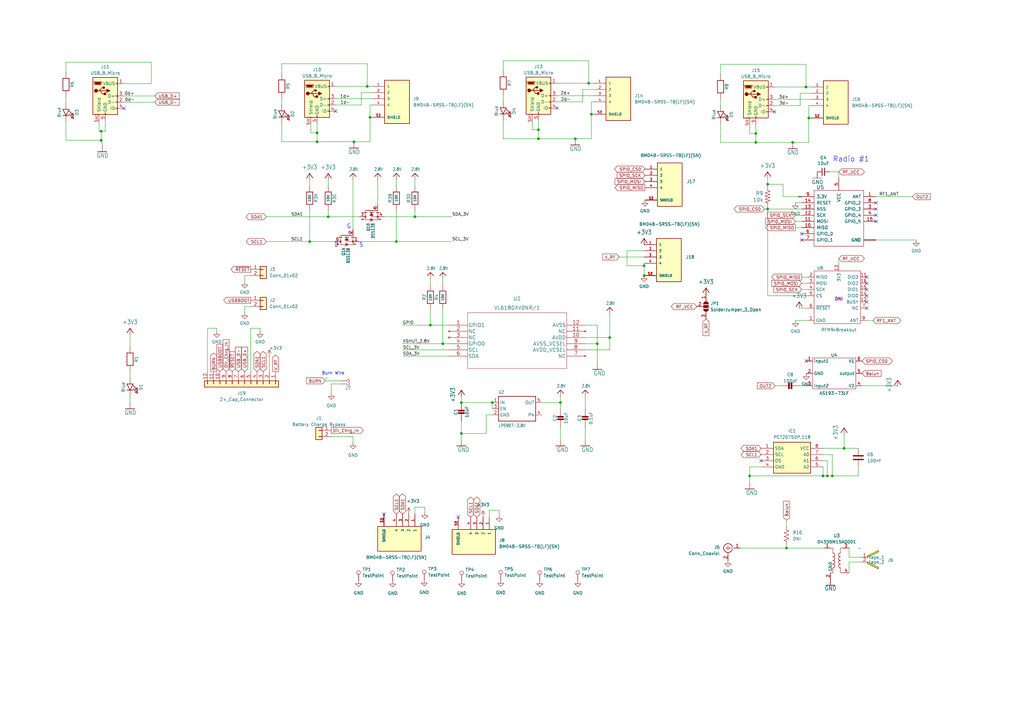
<source format=kicad_sch>
(kicad_sch (version 20231120) (generator "eeschema") (generator_version "8.0")
  (paper "A3")
  (junction (at 325.12 58.42))
  (junction (at 162.56 99.06))
  (junction (at 244.983 140.97))
  (junction (at 337.566 195.199))
  (junction (at 130.048 54.483))
  (junction (at 314.833 85.725))
  (junction (at 241.427 34.163))
  (junction (at 330.581 35.687))
  (junction (at 264.1854 113.03))
  (junction (at 331.724 48.387))
  (junction (at 145.161 58.166))
  (junction (at 220.853 53.213))
  (junction (at 130.048 58.166))
  (junction (at 307.467 195.199))
  (junction (at 229.87 165.1))
  (junction (at 242.57 46.863))
  (junction (at 310.007 54.737))
  (junction (at 189.23 177.8))
  (junction (at 189.23 165.1))
  (junction (at 127 99.06))
  (junction (at 346.202 183.896))
  (junction (at 322.58 224.79))
  (junction (at 264.16 108.966))
  (junction (at 314.833 75.565))
  (junction (at 341.376 195.199))
  (junction (at 150.622 35.433))
  (junction (at 170.18 88.9))
  (junction (at 41.529 53.848))
  (junction (at 151.765 48.133))
  (junction (at 41.529 57.531))
  (junction (at 134.62 88.9))
  (junction (at 176.53 133.35))
  (junction (at 339.344 195.199))
  (junction (at 181.61 140.97))
  (junction (at 201.93 165.1))
  (junction (at 220.853 56.896))
  (junction (at 250.063 138.43))
  (junction (at 235.966 56.896))
  (junction (at 310.007 58.42))
  (no_connect (at 317.627 45.847))
  (no_connect (at 359.283 90.805))
  (no_connect (at 187.96 212.09))
  (no_connect (at 359.283 88.265))
  (no_connect (at 355.473 126.365))
  (no_connect (at 355.473 123.825))
  (no_connect (at 355.473 116.205))
  (no_connect (at 355.473 118.745))
  (no_connect (at 328.803 95.885))
  (no_connect (at 359.283 85.725))
  (no_connect (at 355.473 113.665))
  (no_connect (at 355.473 121.285))
  (no_connect (at 328.803 98.425))
  (no_connect (at 157.48 210.82))
  (no_connect (at 312.166 188.976))
  (no_connect (at 359.283 83.185))
  (no_connect (at 50.8 44.45))
  (no_connect (at 330.708 148.082))
  (no_connect (at 228.473 44.323))
  (no_connect (at 137.668 45.593))
  (wire (pts (xy 144.78 179.07) (xy 144.78 181.61)))
  (wire (pts (xy 170.18 76.2) (xy 170.18 73.66)))
  (wire (pts (xy 322.58 224.79) (xy 338.074 224.79)))
  (wire (pts (xy 41.91 59.69) (xy 41.91 58.42)))
  (wire (pts (xy 250.063 138.43) (xy 250.063 128.651)))
  (wire (pts (xy 134.62 76.2) (xy 134.62 73.66)))
  (wire (pts (xy 200.66 212.09) (xy 200.66 209.296)))
  (wire (pts (xy 53.34 162.56) (xy 53.34 165.1)))
  (wire (pts (xy 147.32 99.06) (xy 162.56 99.06)))
  (wire (pts (xy 235.966 56.896) (xy 242.57 56.896)))
  (wire (pts (xy 307.467 195.199) (xy 307.467 197.993)))
  (wire (pts (xy 127 99.06) (xy 109.22 99.06)))
  (wire (pts (xy 243.459 41.783) (xy 242.57 41.783)))
  (wire (pts (xy 27.051 57.531) (xy 41.529 57.531)))
  (wire (pts (xy 295.529 50.8) (xy 295.529 58.42)))
  (wire (pts (xy 151.765 58.166) (xy 151.765 48.133)))
  (wire (pts (xy 139.7 157.48) (xy 135.89 157.48)))
  (wire (pts (xy 303.657 224.79) (xy 322.58 224.79)))
  (wire (pts (xy 130.048 58.166) (xy 145.161 58.166)))
  (wire (pts (xy 240.03 140.97) (xy 244.983 140.97)))
  (wire (pts (xy 88.9 134.62) (xy 88.9 135.89)))
  (wire (pts (xy 162.56 86.36) (xy 162.56 99.06)))
  (wire (pts (xy 310.007 58.42) (xy 325.12 58.42)))
  (wire (pts (xy 352.044 183.896) (xy 346.202 183.896)))
  (wire (pts (xy 176.53 133.35) (xy 184.15 133.35)))
  (wire (pts (xy 353.314 228.6) (xy 348.234 228.6)))
  (wire (pts (xy 162.56 76.2) (xy 162.56 73.66)))
  (wire (pts (xy 41.529 53.848) (xy 41.529 57.531)))
  (wire (pts (xy 314.833 75.565) (xy 314.833 73.025)))
  (wire (pts (xy 344.043 70.485) (xy 344.043 73.025)))
  (wire (pts (xy 148.209 37.973) (xy 152.654 37.973)))
  (wire (pts (xy 330.581 26.416) (xy 330.581 35.687)))
  (wire (pts (xy 134.62 88.9) (xy 109.22 88.9)))
  (wire (pts (xy 43.18 53.848) (xy 41.529 53.848)))
  (wire (pts (xy 240.03 175.26) (xy 240.03 180.34)))
  (wire (pts (xy 147.32 88.9) (xy 134.62 88.9)))
  (wire (pts (xy 307.467 50.927) (xy 307.467 54.737)))
  (wire (pts (xy 254 105.41) (xy 264.16 105.41)))
  (wire (pts (xy 127.508 54.483) (xy 130.048 54.483)))
  (wire (pts (xy 328.168 43.307) (xy 328.168 38.227)))
  (wire (pts (xy 317.627 43.307) (xy 328.168 43.307)))
  (wire (pts (xy 115.57 26.162) (xy 150.622 26.162)))
  (wire (pts (xy 242.57 46.863) (xy 243.459 46.863)))
  (wire (pts (xy 359.283 98.425) (xy 375.793 98.425)))
  (wire (pts (xy 348.234 228.6) (xy 348.234 224.79)))
  (wire (pts (xy 368.173 158.242) (xy 368.173 158.496)))
  (wire (pts (xy 150.622 35.433) (xy 152.654 35.433)))
  (wire (pts (xy 102.87 113.03) (xy 100.33 113.03)))
  (wire (pts (xy 337.566 191.516) (xy 337.566 195.199)))
  (wire (pts (xy 244.983 133.35) (xy 244.983 140.97)))
  (wire (pts (xy 218.313 53.213) (xy 220.853 53.213)))
  (wire (pts (xy 307.467 191.516) (xy 307.467 195.199)))
  (wire (pts (xy 148.209 43.053) (xy 148.209 37.973)))
  (wire (pts (xy 331.343 118.745) (xy 328.803 118.745)))
  (wire (pts (xy 130.048 50.673) (xy 130.048 54.483)))
  (wire (pts (xy 317.627 40.767) (xy 332.613 40.767)))
  (wire (pts (xy 264.1854 108.966) (xy 264.1854 113.03)))
  (wire (pts (xy 137.16 99.06) (xy 127 99.06)))
  (wire (pts (xy 41.529 58.42) (xy 41.529 57.531)))
  (wire (pts (xy 115.57 58.166) (xy 130.048 58.166)))
  (wire (pts (xy 40.64 53.848) (xy 41.529 53.848)))
  (wire (pts (xy 27.051 25.527) (xy 27.051 29.591)))
  (wire (pts (xy 330.581 35.687) (xy 332.613 35.687)))
  (wire (pts (xy 307.467 54.737) (xy 310.007 54.737)))
  (wire (pts (xy 27.051 39.751) (xy 27.051 42.291)))
  (wire (pts (xy 170.18 86.36) (xy 170.18 88.9)))
  (wire (pts (xy 165.227 143.51) (xy 184.15 143.51)))
  (wire (pts (xy 199.39 177.8) (xy 189.23 177.8)))
  (wire (pts (xy 222.25 165.1) (xy 229.87 165.1)))
  (wire (pts (xy 220.853 56.896) (xy 235.966 56.896)))
  (wire (pts (xy 181.61 116.84) (xy 181.61 114.3)))
  (wire (pts (xy 229.87 175.26) (xy 229.87 180.34)))
  (wire (pts (xy 206.375 24.892) (xy 241.427 24.892)))
  (wire (pts (xy 359.283 80.645) (xy 374.269 80.645)))
  (wire (pts (xy 348.234 230.505) (xy 348.234 234.95)))
  (wire (pts (xy 341.376 195.199) (xy 352.044 195.199)))
  (wire (pts (xy 321.183 80.645) (xy 321.183 75.565)))
  (wire (pts (xy 352.044 191.516) (xy 352.044 195.199)))
  (wire (pts (xy 241.427 24.892) (xy 241.427 34.163)))
  (wire (pts (xy 50.8 41.91) (xy 63.5 41.91)))
  (wire (pts (xy 346.202 178.054) (xy 346.202 183.896)))
  (wire (pts (xy 322.58 213.36) (xy 322.58 215.9)))
  (wire (pts (xy 137.668 40.513) (xy 152.654 40.513)))
  (wire (pts (xy 218.313 49.403) (xy 218.313 53.213)))
  (wire (pts (xy 62.103 25.527) (xy 62.103 34.29)))
  (wire (pts (xy 240.03 133.35) (xy 244.983 133.35)))
  (wire (pts (xy 257.175 102.87) (xy 257.175 108.966)))
  (wire (pts (xy 337.566 188.976) (xy 339.344 188.976)))
  (wire (pts (xy 137.668 43.053) (xy 148.209 43.053)))
  (wire (pts (xy 174.244 208.026) (xy 174.244 210.185)))
  (wire (pts (xy 295.529 26.416) (xy 330.581 26.416)))
  (wire (pts (xy 144.78 93.98) (xy 144.78 73.66)))
  (wire (pts (xy 331.724 43.307) (xy 331.724 48.387)))
  (wire (pts (xy 181.61 140.97) (xy 184.15 140.97)))
  (wire (pts (xy 200.66 209.296) (xy 204.724 209.296)))
  (wire (pts (xy 181.61 127) (xy 181.61 140.97)))
  (wire (pts (xy 228.473 41.783) (xy 239.014 41.783)))
  (wire (pts (xy 135.89 179.07) (xy 144.78 179.07)))
  (wire (pts (xy 189.23 177.8) (xy 189.23 172.72)))
  (wire (pts (xy 115.57 26.162) (xy 115.57 30.226)))
  (wire (pts (xy 152.654 43.053) (xy 151.765 43.053)))
  (wire (pts (xy 325.12 58.42) (xy 331.724 58.42)))
  (wire (pts (xy 201.93 165.1) (xy 189.23 165.1)))
  (wire (pts (xy 339.344 195.199) (xy 341.376 195.199)))
  (wire (pts (xy 337.566 186.436) (xy 341.376 186.436)))
  (wire (pts (xy 206.375 56.896) (xy 220.853 56.896)))
  (wire (pts (xy 127 73.66) (xy 127 76.2)))
  (wire (pts (xy 157.48 88.9) (xy 170.18 88.9)))
  (wire (pts (xy 344.043 106.045) (xy 344.043 108.585)))
  (wire (pts (xy 41.91 58.42) (xy 41.529 58.42)))
  (wire (pts (xy 176.53 116.84) (xy 176.53 114.3)))
  (wire (pts (xy 264.16 107.95) (xy 264.16 108.966)))
  (wire (pts (xy 241.427 34.163) (xy 243.459 34.163)))
  (wire (pts (xy 326.263 131.445) (xy 331.343 131.445)))
  (wire (pts (xy 307.467 195.199) (xy 337.566 195.199)))
  (wire (pts (xy 229.87 165.1) (xy 229.87 162.56)))
  (wire (pts (xy 170.18 208.026) (xy 174.244 208.026)))
  (wire (pts (xy 206.375 24.892) (xy 206.375 28.956)))
  (wire (pts (xy 244.983 140.97) (xy 244.983 148.971)))
  (wire (pts (xy 151.765 43.053) (xy 151.765 48.133)))
  (wire (pts (xy 310.007 54.737) (xy 310.007 58.42)))
  (wire (pts (xy 264.16 102.87) (xy 257.175 102.87)))
  (wire (pts (xy 135.89 157.48) (xy 135.89 161.29)))
  (wire (pts (xy 199.39 170.18) (xy 199.39 177.8)))
  (wire (pts (xy 328.803 93.345) (xy 326.263 93.345)))
  (wire (pts (xy 239.014 36.703) (xy 243.459 36.703)))
  (wire (pts (xy 189.23 162.56) (xy 189.23 165.1)))
  (wire (pts (xy 317.627 35.687) (xy 330.581 35.687)))
  (wire (pts (xy 257.175 108.966) (xy 264.16 108.966)))
  (wire (pts (xy 100.33 113.03) (xy 100.33 115.57)))
  (wire (pts (xy 27.051 49.911) (xy 27.051 57.531)))
  (wire (pts (xy 102.87 134.62) (xy 106.68 134.62)))
  (wire (pts (xy 240.03 143.51) (xy 250.063 143.51)))
  (wire (pts (xy 327.914 158.242) (xy 330.708 158.242)))
  (wire (pts (xy 353.314 230.505) (xy 348.234 230.505)))
  (wire (pts (xy 162.56 99.06) (xy 185.42 99.06)))
  (wire (pts (xy 295.529 40.64) (xy 295.529 43.18)))
  (wire (pts (xy 43.18 49.53) (xy 43.18 53.848)))
  (wire (pts (xy 314.833 121.285) (xy 331.343 121.285)))
  (wire (pts (xy 240.03 162.56) (xy 240.03 167.64)))
  (wire (pts (xy 332.613 43.307) (xy 331.724 43.307)))
  (wire (pts (xy 133.35 156.21) (xy 139.7 156.21)))
  (wire (pts (xy 137.668 35.433) (xy 150.622 35.433)))
  (wire (pts (xy 328.803 83.185) (xy 326.263 83.185)))
  (wire (pts (xy 115.57 50.546) (xy 115.57 58.166)))
  (wire (pts (xy 165.1 140.97) (xy 181.61 140.97)))
  (wire (pts (xy 206.375 39.116) (xy 206.375 41.656)))
  (wire (pts (xy 327.787 126.365) (xy 331.343 126.365)))
  (wire (pts (xy 150.622 26.162) (xy 150.622 35.433)))
  (wire (pts (xy 242.57 56.896) (xy 242.57 46.863)))
  (wire (pts (xy 228.473 39.243) (xy 243.459 39.243)))
  (wire (pts (xy 170.18 88.9) (xy 185.42 88.9)))
  (wire (pts (xy 53.34 142.24) (xy 53.34 137.16)))
  (wire (pts (xy 328.803 88.265) (xy 326.263 88.265)))
  (wire (pts (xy 339.344 188.976) (xy 339.344 195.199)))
  (wire (pts (xy 353.568 158.242) (xy 368.173 158.242)))
  (wire (pts (xy 322.58 223.52) (xy 322.58 224.79)))
  (wire (pts (xy 242.57 41.783) (xy 242.57 46.863)))
  (wire (pts (xy 115.57 40.386) (xy 115.57 42.926)))
  (wire (pts (xy 321.183 80.645) (xy 328.803 80.645)))
  (wire (pts (xy 145.161 58.166) (xy 151.765 58.166)))
  (wire (pts (xy 110.49 146.05) (xy 110.49 152.4)))
  (wire (pts (xy 313.563 85.725) (xy 314.833 85.725)))
  (wire (pts (xy 250.063 138.43) (xy 250.063 143.51)))
  (wire (pts (xy 341.376 186.436) (xy 341.376 195.199)))
  (wire (pts (xy 134.62 86.36) (xy 134.62 88.9)))
  (wire (pts (xy 314.833 85.725) (xy 314.833 121.285)))
  (wire (pts (xy 228.473 34.163) (xy 241.427 34.163)))
  (wire (pts (xy 204.724 209.296) (xy 204.724 211.455)))
  (wire (pts (xy 317.881 158.242) (xy 320.294 158.242)))
  (wire (pts (xy 328.168 38.227) (xy 332.613 38.227)))
  (wire (pts (xy 310.007 50.927) (xy 310.007 54.737)))
  (wire (pts (xy 264.16 108.966) (xy 264.1854 108.966)))
  (wire (pts (xy 328.803 90.805) (xy 326.263 90.805)))
  (wire (pts (xy 50.8 34.29) (xy 62.103 34.29)))
  (wire (pts (xy 85.09 134.62) (xy 88.9 134.62)))
  (wire (pts (xy 312.166 191.516) (xy 307.467 191.516)))
  (wire (pts (xy 201.93 167.64) (xy 201.93 165.1)))
  (wire (pts (xy 189.23 177.8) (xy 189.23 180.34)))
  (wire (pts (xy 220.853 53.213) (xy 220.853 56.896)))
  (wire (pts (xy 220.853 49.403) (xy 220.853 53.213)))
  (wire (pts (xy 295.529 58.42) (xy 310.007 58.42)))
  (wire (pts (xy 27.051 25.527) (xy 62.103 25.527)))
  (wire (pts (xy 337.566 195.199) (xy 339.344 195.199)))
  (wire (pts (xy 240.03 138.43) (xy 250.063 138.43)))
  (wire (pts (xy 295.529 26.416) (xy 295.529 30.48)))
  (wire (pts (xy 331.343 116.205) (xy 328.803 116.205)))
  (wire (pts (xy 102.87 152.4) (xy 102.87 134.62)))
  (wire (pts (xy 264.16 113.03) (xy 264.1854 113.03)))
  (wire (pts (xy 344.043 70.485) (xy 340.233 70.485)))
  (wire (pts (xy 102.87 125.73) (xy 100.33 125.73)))
  (wire (pts (xy 50.8 39.37) (xy 63.5 39.37)))
  (wire (pts (xy 321.183 75.565) (xy 314.833 75.565)))
  (wire (pts (xy 85.09 152.4) (xy 85.09 134.62)))
  (wire (pts (xy 239.014 41.783) (xy 239.014 36.703)))
  (wire (pts (xy 264.16 100.33) (xy 264.1854 100.33)))
  (wire (pts (xy 201.93 170.18) (xy 199.39 170.18)))
  (wire (pts (xy 130.048 54.483) (xy 130.048 58.166)))
  (wire (pts (xy 331.724 48.387) (xy 332.613 48.387)))
  (wire (pts (xy 170.18 210.82) (xy 170.18 208.026)))
  (wire (pts (xy 40.64 49.53) (xy 40.64 53.848)))
  (wire (pts (xy 165.227 146.05) (xy 184.15 146.05)))
  (wire (pts (xy 331.724 58.42) (xy 331.724 48.387)))
  (wire (pts (xy 358.013 131.445) (xy 355.473 131.445)))
  (wire (pts (xy 331.343 113.665) (xy 328.803 113.665)))
  (wire (pts (xy 151.765 48.133) (xy 152.654 48.133)))
  (wire (pts (xy 165.1 133.35) (xy 176.53 133.35)))
  (wire (pts (xy 229.87 165.1) (xy 229.87 167.64)))
  (wire (pts (xy 127.508 50.673) (xy 127.508 54.483)))
  (wire (pts (xy 176.53 127) (xy 176.53 133.35)))
  (wire (pts (xy 337.566 183.896) (xy 346.202 183.896)))
  (wire (pts (xy 106.68 134.62) (xy 106.68 135.89)))
  (wire (pts (xy 100.33 125.73) (xy 100.33 128.27)))
  (wire (pts (xy 154.94 83.82) (xy 154.94 73.66)))
  (wire (pts (xy 127 86.36) (xy 127 99.06)))
  (wire (pts (xy 314.833 85.725) (xy 328.803 85.725)))
  (wire (pts (xy 53.34 152.4) (xy 53.34 154.94)))
  (wire (pts (xy 206.375 49.276) (xy 206.375 56.896)))
  (text "S" (at 147.32 101.6 0) (effects (font (size 1.778 1.5113)) (justify left bottom)))
  (text "Radio #1" (at 341.503 66.675 0) (effects (font (size 2.159 2.159)) (justify left bottom)))
  (text "Burn Wire" (at 136.652 153.162 0) (effects (font (size 1.27 1.27))))
  (text "G" (at 142.24 93.98 0) (effects (font (size 1.778 1.5113)) (justify left bottom)))
  (text "D" (at 137.16 101.6 0) (effects (font (size 1.778 1.5113)) (justify left bottom)))
  (label "3d-" (at 319.532 43.307 0))
  (label "2d+" (at 229.87 39.243 0))
  (label "0d-" (at 51.181 41.91 0))
  (label "GPIO" (at 165.1 133.35 0) (effects (font (size 1.2446 1.2446))))
  (label "1d-" (at 139.573 43.053 0))
  (label "1d+" (at 139.446 40.513 0))
  (label "SDA1" (at 119.38 88.9 0) (effects (font (size 1.2446 1.2446))))
  (label "2d-" (at 229.997 41.783 0))
  (label "3d+" (at 319.405 40.767 0))
  (label "SCL_3V" (at 165.227 143.51 0) (effects (font (size 1.2446 1.2446))))
  (label "SDA_3V" (at 165.227 146.05 0) (effects (font (size 1.2446 1.2446))))
  (label "RF1_ANT" (at 360.553 80.645 0))
  (label "SCL1" (at 119.38 99.06 0) (effects (font (size 1.2446 1.2446))))
  (label "0d+" (at 51.054 39.37 0))
  (label "SCL_3V" (at 185.42 99.06 0) (effects (font (size 1.2446 1.2446))))
  (label "SDA_3V" (at 185.42 88.9 0) (effects (font (size 1.2446 1.2446))))
  (label "XSHUT_2.8V" (at 165.1 140.97 0) (effects (font (size 1.2446 1.2446))))
  (global_label "RF_VCC" (shape bidirectional) (at 344.043 70.485 0) (property "Intersheetrefs" "${INTERSHEET_REFS}" (effects (hide yes))))
  (global_label "USB_D+" (shape input) (at 63.5 39.37 0) (property "Intersheetrefs" "${INTERSHEET_REFS}" (effects (hide yes))))
  (global_label "RF_VCC" (shape bidirectional) (at 344.043 106.045 0) (property "Intersheetrefs" "${INTERSHEET_REFS}" (effects (hide yes))))
  (global_label "V_RF" (shape output) (at 113.03 152.4 90) (property "Intersheetrefs" "${INTERSHEET_REFS}" (effects (hide yes))))
  (global_label "BURN" (shape output) (at 87.63 152.4 90) (property "Intersheetrefs" "${INTERSHEET_REFS}" (effects (hide yes))))
  (global_label "SPI0_MOSI" (shape input) (at 328.803 116.205 180) (property "Intersheetrefs" "${INTERSHEET_REFS}" (effects (hide yes))))
  (global_label "SPI0_SCK" (shape input) (at 264.5156 71.9074 180) (property "Intersheetrefs" "${INTERSHEET_REFS}" (effects (hide yes))))
  (global_label "SDA1" (shape bidirectional) (at 312.166 183.896 180) (property "Intersheetrefs" "${INTERSHEET_REFS}" (effects (hide yes))))
  (global_label "Dir_Chrg_In" (shape output) (at 135.89 176.53 0) (property "Intersheetrefs" "${INTERSHEET_REFS}" (effects (hide yes))))
  (global_label "SDA1" (shape bidirectional) (at 195.58 212.09 90) (property "Intersheetrefs" "${INTERSHEET_REFS}" (effects (hide yes))))
  (global_label "OUT2" (shape input) (at 317.881 158.242 180) (property "Intersheetrefs" "${INTERSHEET_REFS}" (effects (hide yes))))
  (global_label "SDA1" (shape bidirectional) (at 105.41 152.4 90) (property "Intersheetrefs" "${INTERSHEET_REFS}" (effects (hide yes))))
  (global_label "SPI0_CS0" (shape bidirectional) (at 264.5156 69.3674 180) (property "Intersheetrefs" "${INTERSHEET_REFS}" (effects (hide yes))))
  (global_label "SPI0_MOSI" (shape input) (at 326.263 90.805 180) (property "Intersheetrefs" "${INTERSHEET_REFS}" (effects (hide yes))))
  (global_label "3.3V" (shape bidirectional) (at 328.803 80.645 180) (effects (font (size 0.254 0.254))) (property "Intersheetrefs" "${INTERSHEET_REFS}" (effects (hide yes))))
  (global_label "SCL1" (shape bidirectional) (at 312.166 186.436 180) (property "Intersheetrefs" "${INTERSHEET_REFS}" (effects (hide yes))))
  (global_label "SDA1" (shape bidirectional) (at 109.22 88.9 180) (property "Intersheetrefs" "${INTERSHEET_REFS}" (effects (hide yes))))
  (global_label "USB_D-" (shape input) (at 97.79 152.4 90) (property "Intersheetrefs" "${INTERSHEET_REFS}" (effects (hide yes))))
  (global_label "SPI0_MOSI" (shape input) (at 264.5156 74.4474 180) (property "Intersheetrefs" "${INTERSHEET_REFS}" (effects (hide yes))))
  (global_label "~{RESET}" (shape input) (at 95.25 152.4 90) (property "Intersheetrefs" "${INTERSHEET_REFS}" (effects (hide yes))))
  (global_label "USB_D+" (shape input) (at 100.33 152.4 90) (property "Intersheetrefs" "${INTERSHEET_REFS}" (effects (hide yes))))
  (global_label "SCL1" (shape bidirectional) (at 162.56 210.82 90) (property "Intersheetrefs" "${INTERSHEET_REFS}" (effects (hide yes))))
  (global_label "SCL1" (shape bidirectional) (at 107.95 152.4 90) (property "Intersheetrefs" "${INTERSHEET_REFS}" (effects (hide yes))))
  (global_label "RF1_ANT" (shape bidirectional) (at 358.013 131.445 0) (property "Intersheetrefs" "${INTERSHEET_REFS}" (effects (hide yes))))
  (global_label "USBBOOT" (shape input) (at 90.17 152.4 90) (property "Intersheetrefs" "${INTERSHEET_REFS}" (effects (hide yes))))
  (global_label "Balun" (shape input) (at 353.568 153.162 0) (property "Intersheetrefs" "${INTERSHEET_REFS}" (effects (hide yes))))
  (global_label "Dir_Chrg_In" (shape input) (at 92.71 152.4 90) (property "Intersheetrefs" "${INTERSHEET_REFS}" (effects (hide yes))))
  (global_label "V_RF" (shape input) (at 289.56 130.81 270) (property "Intersheetrefs" "${INTERSHEET_REFS}" (effects (hide yes))))
  (global_label "Balun" (shape input) (at 322.58 213.36 90) (property "Intersheetrefs" "${INTERSHEET_REFS}" (effects (hide yes))))
  (global_label "SCL1" (shape bidirectional) (at 109.22 99.06 180) (property "Intersheetrefs" "${INTERSHEET_REFS}" (effects (hide yes))))
  (global_label "SPI0_SCK" (shape input) (at 328.803 118.745 180) (property "Intersheetrefs" "${INTERSHEET_REFS}" (effects (hide yes))))
  (global_label "SPI0_CS0" (shape bidirectional) (at 313.563 85.725 180) (property "Intersheetrefs" "${INTERSHEET_REFS}" (effects (hide yes))))
  (global_label "OUT2" (shape input) (at 374.269 80.645 0) (property "Intersheetrefs" "${INTERSHEET_REFS}" (effects (hide yes))))
  (global_label "USB_D-" (shape input) (at 63.5 41.91 0) (property "Intersheetrefs" "${INTERSHEET_REFS}" (effects (hide yes))))
  (global_label "~{RESET}" (shape output) (at 102.87 110.49 180) (property "Intersheetrefs" "${INTERSHEET_REFS}" (effects (hide yes))))
  (global_label "SCL1" (shape bidirectional) (at 193.04 212.09 90) (property "Intersheetrefs" "${INTERSHEET_REFS}" (effects (hide yes))))
  (global_label "SPI0_MISO" (shape output) (at 328.803 113.665 180) (property "Intersheetrefs" "${INTERSHEET_REFS}" (effects (hide yes))))
  (global_label "SPI0_MISO" (shape output) (at 326.263 93.345 180) (property "Intersheetrefs" "${INTERSHEET_REFS}" (effects (hide yes))))
  (global_label "RF_VCC" (shape bidirectional) (at 285.75 125.73 180) (property "Intersheetrefs" "${INTERSHEET_REFS}" (effects (hide yes))))
  (global_label "V_RF" (shape input) (at 254 105.41 180) (property "Intersheetrefs" "${INTERSHEET_REFS}" (effects (hide yes))))
  (global_label "SDA1" (shape bidirectional) (at 165.1 210.82 90) (property "Intersheetrefs" "${INTERSHEET_REFS}" (effects (hide yes))))
  (global_label "SPI0_SCK" (shape input) (at 326.263 88.265 180) (property "Intersheetrefs" "${INTERSHEET_REFS}" (effects (hide yes))))
  (global_label "BURN" (shape input) (at 133.35 156.21 180) (property "Intersheetrefs" "${INTERSHEET_REFS}" (effects (hide yes))))
  (global_label "USBBOOT" (shape output) (at 102.87 123.19 180) (property "Intersheetrefs" "${INTERSHEET_REFS}" (effects (hide yes))))
  (global_label "SPI0_CS0" (shape bidirectional) (at 353.568 148.082 0) (property "Intersheetrefs" "${INTERSHEET_REFS}" (effects (hide yes))))
  (global_label "SPI0_MISO" (shape output) (at 264.5156 76.9874 180) (property "Intersheetrefs" "${INTERSHEET_REFS}" (effects (hide yes))))
  (symbol (lib_id "mainboard:RFM9xBreakout") (at 344.043 122.555 0) (unit 1)
    (property "Reference" "U6" (at 336.423 109.855 0))
    (property "Value" "RFM9xBreakout" (at 344.043 135.255 0))
    (property "Footprint" "Antenna_board:HOPERF_RFM95W_SMD" (effects (hide yes)))
    (property "DNI" "DNI" (at 344.043 122.555 0) (effects (font (bold yes))))
  )
  (symbol (lib_id "Connector:USB_B_Micro") (at 43.18 39.37 0) (unit 1)
    (property "Reference" "J11" (at 43.18 27.432 0))
    (property "Value" "USB_B_Micro" (at 43.18 29.972 0))
    (property "Footprint" "Antenna_board:MOLEX_105164-0001(round)" (effects (hide yes)))
  )
  (symbol (lib_id "mainboard:10KOHM-1_10W-1%(0603)0603") (at 314.833 80.645 270) (unit 1)
    (property "Reference" "R9" (at 313.1058 79.2988 90) (effects (font (size 1.4986 1.4986)) (justify right)))
    (property "Value" "10k" (at 313.1058 81.9658 90) (effects (font (size 1.4986 1.4986)) (justify right)))
    (property "Footprint" "Resistor_SMD:R_0603_1608Metric" (effects (hide yes)))
    (property "Description" "10k 0603" (effects (hide yes)))
  )
  (symbol (lib_id "BM04B-SRSS-TB_LF__SN_:BM04B-SRSS-TB(LF)(SN)") (at 162.56 220.98 270) (unit 1)
    (property "Reference" "J4" (at 174.1932 220.345 90) (effects (justify left)))
    (property "Value" "BM04B-SRSS-TB(LF)(SN)" (at 150.114 228.6 90) (effects (justify left)))
    (property "Footprint" "Antenna_board:JST_BM04B-SRSS-TB(LF)(SN)" (effects (hide yes)))
    (property "PARTREV" "N/A" (effects (hide yes)))
    (property "SNAPEDA_PN" "BM04B-SRSS-TB(LF)(SN)" (effects (hide yes)))
    (property "STANDARD" "Manufacturer Recommendations" (effects (hide yes)))
    (property "MAXIMUM_PACKAGE_HEIGHT" "6.3 mm" (effects (hide yes)))
    (property "MANUFACTURER" "JST Sales America Inc." (effects (hide yes)))
  )
  (symbol (lib_id "Connector_Generic:Conn_01x02") (at 107.95 110.49 0) (unit 1)
    (property "Reference" "J3" (at 110.49 110.4899 0) (effects (justify left)))
    (property "Value" "Conn_01x02" (at 110.49 113.0299 0) (effects (justify left)))
    (property "Footprint" "Connector_PinHeader_2.54mm:PinHeader_1x02_P2.54mm_Vertical" (effects (hide yes)))
    (property "Description" "Generic connector, single row, 01x02, script generated (kicad-library-utils/schlib/autogen/connector/)" (effects (hide yes)))
  )
  (symbol (lib_id "Adafruit VL6180 Time of Flight Sensor-eagle-import:MOSFET-N_DUAL") (at 142.24 96.52 90) (mirror x) (unit 1)
    (property "Reference" "Q1" (at 141.605 101.6 0) (effects (font (size 1.27 1.0795)) (justify left bottom)))
    (property "Value" "BSS138" (at 143.51 101.6 0) (effects (font (size 1.27 1.0795)) (justify left bottom)))
    (property "Footprint" "Package_TO_SOT_SMD:SOT-363_SC-70-6" (effects (hide yes)))
  )
  (symbol (lib_id "Adafruit ItsyBitsy RP2040-eagle-import:RESISTOR_0402NO") (at 295.529 35.56 270) (unit 1)
    (property "Reference" "R8" (at 298.069 35.56 0))
    (property "Value" "1K" (effects (hide yes)))
    (property "Footprint" "Resistor_SMD:R_0402_1005Metric" (effects (hide yes)))
  )
  (symbol (lib_id "Adafruit ItsyBitsy RP2040-eagle-import:RESISTOR_0402NO") (at 27.051 34.671 270) (unit 1)
    (property "Reference" "R6" (at 29.591 34.671 0))
    (property "Value" "1K" (effects (hide yes)))
    (property "Footprint" "Resistor_SMD:R_0402_1005Metric" (effects (hide yes)))
  )
  (symbol (lib_name "GND_1") (lib_id "power:GND") (at 106.68 135.89 0) (unit 1)
    (property "Reference" "#PWR019" (effects (hide yes)))
    (property "Value" "GND" (at 106.68 140.208 0))
    (property "Description" "Power symbol creates a global label with name \"GND\" , ground" (effects (hide yes)))
  )
  (symbol (lib_id "Adafruit VL6180 Time of Flight Sensor-eagle-import:2.8V") (at 250.063 126.111 0) (unit 1)
    (property "Reference" "#U$09" (effects (hide yes)))
    (property "Value" "2.8V" (at 248.539 125.095 0) (effects (font (size 1.27 1.0795)) (justify left bottom)))
    (property "Footprint" "Adafruit VL6180 Time of Flight Sensor:" (effects (hide yes)))
  )
  (symbol (lib_name "GND_1") (lib_id "power:GND") (at 100.33 128.27 0) (unit 1)
    (property "Reference" "#PWR024" (effects (hide yes)))
    (property "Value" "GND" (at 100.33 132.588 0))
    (property "Description" "Power symbol creates a global label with name \"GND\" , ground" (effects (hide yes)))
  )
  (symbol (lib_id "Antenna:Tape_Measure_Antenna") (at 352.552 224.917 0) (unit 1)
    (property "Reference" "J6" (at 363.982 229.743 0) (effects (justify left)))
    (property "Value" "~" (at 352.552 224.917 0))
    (property "Footprint" "Antenna_board:Tape_Measure_Antenna" (effects (hide yes)))
  )
  (symbol (lib_id "Adafruit ItsyBitsy RP2040-eagle-import:GND") (at 41.91 62.23 0) (mirror y) (unit 1)
    (property "Reference" "#GND03" (effects (hide yes)))
    (property "Value" "GND" (at 44.45 64.77 0) (effects (font (size 1.778 1.5113)) (justify left bottom)))
    (property "Footprint" "Adafruit ItsyBitsy RP2040:" (effects (hide yes)))
  )
  (symbol (lib_id "power:+3V3") (at 198.12 212.09 0) (unit 1)
    (property "Reference" "#PWR011" (effects (hide yes)))
    (property "Value" "+3V3" (at 198.12 207.01 0))
  )
  (symbol (lib_id "Adafruit VL6180 Time of Flight Sensor-eagle-import:2.8V") (at 240.03 160.02 0) (unit 1)
    (property "Reference" "#U$012" (effects (hide yes)))
    (property "Value" "2.8V" (at 238.506 159.004 0) (effects (font (size 1.27 1.0795)) (justify left bottom)))
    (property "Footprint" "Adafruit VL6180 Time of Flight Sensor:" (effects (hide yes)))
  )
  (symbol (lib_id "power:GND") (at 330.708 153.162 0) (unit 1)
    (property "Reference" "#PWR017" (effects (hide yes)))
    (property "Value" "GND" (at 330.708 157.6054 0))
  )
  (symbol (lib_id "VL6180X0NR:VL6180XV0NR/1") (at 184.15 133.35 0) (unit 1)
    (property "Reference" "U1" (at 212.09 122.428 0) (effects (font (size 1.524 1.524))))
    (property "Value" "VL6180XV0NR/1" (at 212.09 126.238 0) (effects (font (size 1.524 1.524))))
    (property "Footprint" "Adafruit VL6180 Time of Flight Sensor:VL6180" (effects (hide yes)))
  )
  (symbol (lib_id "power:GND") (at 147.066 238.125 0) (unit 1)
    (property "Reference" "#PWR04" (effects (hide yes)))
    (property "Value" "GND" (at 147.066 243.205 0))
  )
  (symbol (lib_id "Adafruit ItsyBitsy RP2040-eagle-import:+3V3") (at 134.62 71.12 0) (unit 1)
    (property "Reference" "#+3V03" (effects (hide yes)))
    (property "Value" "+3V3" (at 134.62 68.58 0) (effects (font (size 1.778 1.5113))))
    (property "Footprint" "Adafruit ItsyBitsy RP2040:" (effects (hide yes)))
  )
  (symbol (lib_id "Adafruit VL6180 Time of Flight Sensor-eagle-import:GND") (at 240.03 182.88 0) (unit 1)
    (property "Reference" "#U$013" (effects (hide yes)))
    (property "Value" "GND" (at 238.506 185.42 0) (effects (font (size 1.778 1.5113)) (justify left bottom)))
    (property "Footprint" "Adafruit VL6180 Time of Flight Sensor:" (effects (hide yes)))
  )
  (symbol (lib_id "Adafruit ItsyBitsy RP2040-eagle-import:+3V3") (at 368.173 155.956 0) (unit 1)
    (property "Reference" "#+3V08" (effects (hide yes)))
    (property "Value" "+3V3" (at 365.633 161.036 90) (effects (font (size 1.778 1.5113)) (justify left bottom)))
    (property "Footprint" "Adafruit ItsyBitsy RP2040:" (effects (hide yes)))
  )
  (symbol (lib_id "Adafruit VL6180 Time of Flight Sensor-eagle-import:RESISTOR_4PACK") (at 162.56 81.28 90) (mirror x) (unit 2)
    (property "Reference" "R3" (at 160.02 81.28 0))
    (property "Value" "10K" (at 162.56 81.28 0) (effects (font (size 1.016 1.016) (bold yes))))
    (property "Footprint" "Resistor_SMD:R_Array_Convex_4x0603" (effects (hide yes)))
  )
  (symbol (lib_id "BM04B-SRSS-TB_LF__SN_:BM04B-SRSS-TB(LF)(SN)") (at 274.6756 76.9874 0) (unit 1)
    (property "Reference" "J17" (at 281.6606 74.4474 0) (effects (justify left)))
    (property "Value" "BM04B-SRSS-TB(LF)(SN)" (at 262.636 63.754 0) (effects (justify left)))
    (property "Footprint" "Antenna_board:JST_BM04B-SRSS-TB(LF)(SN)" (effects (hide yes)))
    (property "PARTREV" "N/A" (effects (hide yes)))
    (property "SNAPEDA_PN" "BM04B-SRSS-TB(LF)(SN)" (effects (hide yes)))
    (property "STANDARD" "Manufacturer Recommendations" (effects (hide yes)))
    (property "MAXIMUM_PACKAGE_HEIGHT" "6.3 mm" (effects (hide yes)))
    (property "MANUFACTURER" "JST Sales America Inc." (effects (hide yes)))
  )
  (symbol (lib_id "BM04B-SRSS-TB_LF__SN_:BM04B-SRSS-TB(LF)(SN)") (at 253.619 41.783 0) (unit 1)
    (property "Reference" "J14" (at 260.223 39.243 0) (effects (justify left)))
    (property "Value" "BM04B-SRSS-TB(LF)(SN)" (at 260.223 41.783 0) (effects (justify left)))
    (property "Footprint" "Antenna_board:JST_BM04B-SRSS-TB(LF)(SN)" (effects (hide yes)))
    (property "PARTREV" "N/A" (effects (hide yes)))
    (property "SNAPEDA_PN" "BM04B-SRSS-TB(LF)(SN)" (effects (hide yes)))
    (property "STANDARD" "Manufacturer Recommendations" (effects (hide yes)))
    (property "MAXIMUM_PACKAGE_HEIGHT" "6.3 mm" (effects (hide yes)))
    (property "MANUFACTURER" "JST Sales America Inc." (effects (hide yes)))
  )
  (symbol (lib_id "Adafruit ItsyBitsy RP2040-eagle-import:+3V3") (at 53.34 134.62 0) (unit 1)
    (property "Reference" "#+3V01" (effects (hide yes)))
    (property "Value" "+3V3" (at 53.34 132.08 0) (effects (font (size 1.778 1.5113))))
    (property "Footprint" "Adafruit ItsyBitsy RP2040:" (effects (hide yes)))
  )
  (symbol (lib_id "Adafruit VL6180 Time of Flight Sensor-eagle-import:2.8V") (at 170.18 71.12 0) (unit 1)
    (property "Reference" "#U$07" (effects (hide yes)))
    (property "Value" "2.8V" (at 168.656 70.104 0) (effects (font (size 1.27 1.0795)) (justify left bottom)))
    (property "Footprint" "Adafruit VL6180 Time of Flight Sensor:" (effects (hide yes)))
  )
  (symbol (lib_id "Adafruit VL6180 Time of Flight Sensor-eagle-import:GND") (at 244.983 151.511 0) (unit 1)
    (property "Reference" "#U$08" (effects (hide yes)))
    (property "Value" "GND" (at 243.459 154.051 0) (effects (font (size 1.778 1.5113)) (justify left bottom)))
    (property "Footprint" "Adafruit VL6180 Time of Flight Sensor:" (effects (hide yes)))
  )
  (symbol (lib_id "Adafruit VL6180 Time of Flight Sensor-eagle-import:VREG_SOT23-5") (at 212.09 167.64 0) (unit 1)
    (property "Reference" "U2" (at 204.47 161.544 0) (effects (font (size 1.27 1.0795)) (justify left bottom)))
    (property "Value" "LP5907-2.8V" (at 204.47 175.26 0) (effects (font (size 1.27 1.0795)) (justify left bottom)))
    (property "Footprint" "Package_TO_SOT_SMD:SOT-23-5" (effects (hide yes)))
  )
  (symbol (lib_id "Connector:TestPoint") (at 189.357 238.252 0) (unit 1)
    (property "Reference" "TP4" (at 190.881 233.68 0) (effects (justify left)))
    (property "Value" "TestPoint" (at 190.881 236.22 0) (effects (justify left)))
    (property "Footprint" "MountingHole:MountingHole_2.7mm_M2.5_Pad" (effects (hide yes)))
  )
  (symbol (lib_name "+3V3_1") (lib_id "power:+3V3") (at 110.49 146.05 0) (unit 1)
    (property "Reference" "#PWR014" (effects (hide yes)))
    (property "Value" "+3V3" (at 113.03 142.748 0))
    (property "Description" "Power symbol creates a global label with name \"+3V3\"" (effects (hide yes)))
  )
  (symbol (lib_id "Adafruit VL6180 Time of Flight Sensor-eagle-import:CAP_CERAMIC0603_NO") (at 240.03 172.72 0) (unit 1)
    (property "Reference" "C3" (at 237.74 171.47 90))
    (property "Value" "0.1uF" (at 242.33 171.47 90))
    (property "Footprint" "Capacitor_SMD:C_0603_1608Metric" (effects (hide yes)))
  )
  (symbol (lib_id "BM04B-SRSS-TB_LF__SN_:BM04B-SRSS-TB(LF)(SN)") (at 342.773 43.307 0) (unit 1)
    (property "Reference" "J16" (at 349.377 40.767 0) (effects (justify left)))
    (property "Value" "BM04B-SRSS-TB(LF)(SN)" (at 349.377 43.307 0) (effects (justify left)))
    (property "Footprint" "Antenna_board:JST_BM04B-SRSS-TB(LF)(SN)" (effects (hide yes)))
    (property "PARTREV" "N/A" (effects (hide yes)))
    (property "SNAPEDA_PN" "BM04B-SRSS-TB(LF)(SN)" (effects (hide yes)))
    (property "STANDARD" "Manufacturer Recommendations" (effects (hide yes)))
    (property "MAXIMUM_PACKAGE_HEIGHT" "6.3 mm" (effects (hide yes)))
    (property "MANUFACTURER" "JST Sales America Inc." (effects (hide yes)))
  )
  (symbol (lib_name "GND_2") (lib_id "power:GND") (at 144.78 181.61 0) (unit 1)
    (property "Reference" "#PWR022" (effects (hide yes)))
    (property "Value" "GND" (at 144.78 186.69 0))
    (property "Description" "Power symbol creates a global label with name \"GND\" , ground" (effects (hide yes)))
  )
  (symbol (lib_id "mainboard:GND") (at 335.153 73.025 0) (mirror y) (unit 1)
    (property "Reference" "#U01" (effects (hide yes)))
    (property "Value" "GND" (at 337.693 75.565 0) (effects (font (size 1.4986 1.4986)) (justify left bottom)))
  )
  (symbol (lib_id "power:GND") (at 221.361 238.125 0) (unit 1)
    (property "Reference" "#PWR09" (effects (hide yes)))
    (property "Value" "GND" (at 221.361 243.205 0))
  )
  (symbol (lib_name "GND_1") (lib_id "power:GND") (at 100.33 115.57 0) (unit 1)
    (property "Reference" "#PWR025" (effects (hide yes)))
    (property "Value" "GND" (at 100.33 119.888 0))
    (property "Description" "Power symbol creates a global label with name \"GND\" , ground" (effects (hide yes)))
  )
  (symbol (lib_id "Adafruit VL6180 Time of Flight Sensor-eagle-import:RESISTOR_4PACK") (at 127 81.28 270) (unit 1)
    (property "Reference" "R3" (at 129.54 81.28 0))
    (property "Value" "10K" (at 127 81.28 0) (effects (font (size 1.016 1.016) (bold yes))))
    (property "Footprint" "Resistor_SMD:R_Array_Convex_4x0603" (effects (hide yes)))
  )
  (symbol (lib_id "Adafruit VL6180 Time of Flight Sensor-eagle-import:MOSFET-N_DUAL") (at 152.4 86.36 90) (mirror x) (unit 2)
    (property "Reference" "Q1" (at 151.765 91.44 0) (effects (font (size 1.27 1.0795)) (justify left bottom)))
    (property "Value" "BSS138" (at 153.67 91.44 0) (effects (font (size 1.27 1.0795)) (justify left bottom)))
    (property "Footprint" "Package_TO_SOT_SMD:SOT-363_SC-70-6" (effects (hide yes)))
  )
  (symbol (lib_id "Adafruit VL6180 Time of Flight Sensor-eagle-import:CAP_CERAMIC0805-NOOUTLINE") (at 229.87 172.72 0) (unit 1)
    (property "Reference" "C2" (at 227.58 171.47 90))
    (property "Value" "10uF" (at 232.17 171.47 90))
    (property "Footprint" "Capacitor_SMD:C_0805_2012Metric" (effects (hide yes)))
  )
  (symbol (lib_id "Device:R_US") (at 322.58 219.71 0) (unit 1)
    (property "Reference" "R10" (at 325.12 218.4399 0) (effects (justify left)))
    (property "Value" "DNI" (at 325.12 220.9799 0) (effects (justify left)))
    (property "Footprint" "Resistor_SMD:R_0603_1608Metric" (effects (hide yes)))
    (property "Description" "Resistor, US symbol" (effects (hide yes)))
  )
  (symbol (lib_id "power:GND") (at 205.359 237.998 0) (unit 1)
    (property "Reference" "#PWR08" (effects (hide yes)))
    (property "Value" "GND" (at 205.359 243.078 0))
  )
  (symbol (lib_id "Adafruit ItsyBitsy RP2040-eagle-import:+3V3") (at 189.23 160.02 0) (unit 1)
    (property "Reference" "#+3V04" (effects (hide yes)))
    (property "Value" "+3V3" (at 186.69 165.1 90) (effects (font (size 1.778 1.5113)) (justify left bottom)))
    (property "Footprint" "Adafruit ItsyBitsy RP2040:" (effects (hide yes)))
  )
  (symbol (lib_id "Adafruit ItsyBitsy RP2040-eagle-import:RESISTOR_0402NO") (at 53.34 147.32 270) (unit 1)
    (property "Reference" "R1" (at 55.88 147.32 0))
    (property "Value" "1K" (effects (hide yes)))
    (property "Footprint" "Resistor_SMD:R_0402_1005Metric" (effects (hide yes)))
  )
  (symbol (lib_id "Device:C") (at 352.044 187.706 0) (unit 1)
    (property "Reference" "C6" (at 355.6 186.436 0) (effects (justify left)))
    (property "Value" "100nf" (at 355.6 188.976 0) (effects (justify left)))
    (property "Footprint" "Capacitor_SMD:C_0603_1608Metric" (effects (hide yes)))
  )
  (symbol (lib_id "Adafruit VL6180 Time of Flight Sensor-eagle-import:RESISTOR_4PACK") (at 170.18 81.28 90) (mirror x) (unit 4)
    (property "Reference" "R3" (at 167.64 81.28 0))
    (property "Value" "10K" (at 170.18 81.28 0) (effects (font (size 1.016 1.016) (bold yes))))
    (property "Footprint" "Resistor_SMD:R_Array_Convex_4x0603" (effects (hide yes)))
  )
  (symbol (lib_id "Adafruit VL6180 Time of Flight Sensor-eagle-import:GND") (at 189.23 182.88 0) (unit 1)
    (property "Reference" "#U$05" (effects (hide yes)))
    (property "Value" "GND" (at 187.706 185.42 0) (effects (font (size 1.778 1.5113)) (justify left bottom)))
    (property "Footprint" "Adafruit VL6180 Time of Flight Sensor:" (effects (hide yes)))
  )
  (symbol (lib_id "Connector:USB_B_Micro") (at 220.853 39.243 0) (unit 1)
    (property "Reference" "J13" (at 220.853 27.305 0))
    (property "Value" "USB_B_Micro" (at 220.853 29.845 0))
    (property "Footprint" "Antenna_board:MOLEX_105164-0001(round)" (effects (hide yes)))
  )
  (symbol (lib_id "BM04B-SRSS-TB_LF__SN_:BM04B-SRSS-TB(LF)(SN)") (at 193.04 222.25 270) (unit 1)
    (property "Reference" "J8" (at 204.6732 221.615 90) (effects (justify left)))
    (property "Value" "BM04B-SRSS-TB(LF)(SN)" (at 204.6732 224.155 90) (effects (justify left)))
    (property "Footprint" "Antenna_board:JST_BM04B-SRSS-TB(LF)(SN)" (effects (hide yes)))
    (property "PARTREV" "N/A" (effects (hide yes)))
    (property "SNAPEDA_PN" "BM04B-SRSS-TB(LF)(SN)" (effects (hide yes)))
    (property "STANDARD" "Manufacturer Recommendations" (effects (hide yes)))
    (property "MAXIMUM_PACKAGE_HEIGHT" "6.3 mm" (effects (hide yes)))
    (property "MANUFACTURER" "JST Sales America Inc." (effects (hide yes)))
  )
  (symbol (lib_id "Transformer:0433BM15A0001") (at 343.154 229.87 0) (unit 1)
    (property "Reference" "U3" (at 343.154 219.71 0))
    (property "Value" "0433BM15A0001" (at 343.154 222.25 0))
    (property "Footprint" "RF_Converter:Balun_Johanson_0896BM15A0001" (effects (hide yes)))
    (property "Datasheet" "https://www.johansontechnology.com/datasheets/0433BM15A0001/0433BM15A0001.pdf" (effects (hide yes)))
  )
  (symbol (lib_id "Adafruit ItsyBitsy RP2040-eagle-import:+3V3") (at 289.56 118.11 0) (unit 1)
    (property "Reference" "#+3V010" (effects (hide yes)))
    (property "Value" "+3V3" (at 289.56 115.57 0) (effects (font (size 1.778 1.5113))))
    (property "Footprint" "Adafruit ItsyBitsy RP2040:" (effects (hide yes)))
  )
  (symbol (lib_id "Connector:TestPoint") (at 205.359 237.998 0) (unit 1)
    (property "Reference" "TP5" (at 206.883 233.426 0) (effects (justify left)))
    (property "Value" "TestPoint" (at 206.883 235.966 0) (effects (justify left)))
    (property "Footprint" "MountingHole:MountingHole_2.7mm_M2.5_Pad" (effects (hide yes)))
  )
  (symbol (lib_id "Adafruit ItsyBitsy RP2040-eagle-import:CAP_CERAMIC_0402NO") (at 325.374 158.242 90) (unit 1)
    (property "Reference" "C8" (at 324.104 153.67 90))
    (property "Value" "100pf" (at 324.104 156.21 90))
    (property "Footprint" "Capacitor_SMD:C_0603_1608Metric" (effects (hide yes)))
  )
  (symbol (lib_id "Adafruit ItsyBitsy RP2040-eagle-import:LED0603_NOOUTLINE") (at 295.529 48.26 270) (unit 1)
    (property "Reference" "D5" (at 299.974 46.99 0))
    (property "Value" "Blue" (at 292.735 46.99 0))
    (property "Footprint" "LED_SMD:LED_0603_1608Metric" (effects (hide yes)))
  )
  (symbol (lib_id "Adafruit VL6180 Time of Flight Sensor-eagle-import:RESISTOR_0603_NOOUT") (at 181.61 121.92 90) (unit 1)
    (property "Reference" "R4" (at 179.07 121.92 0))
    (property "Value" "10K" (at 181.61 121.92 0) (effects (font (size 1.016 1.016) (bold yes))))
    (property "Footprint" "Resistor_SMD:R_0603_1608Metric" (effects (hide yes)))
  )
  (symbol (lib_id "Adafruit VL6180 Time of Flight Sensor-eagle-import:2.8V") (at 162.56 71.12 0) (unit 1)
    (property "Reference" "#U$06" (effects (hide yes)))
    (property "Value" "2.8V" (at 161.036 70.104 0) (effects (font (size 1.27 1.0795)) (justify left bottom)))
    (property "Footprint" "Adafruit VL6180 Time of Flight Sensor:" (effects (hide yes)))
  )
  (symbol (lib_id "power:GND") (at 236.982 238.125 0) (unit 1)
    (property "Reference" "#PWR010" (effects (hide yes)))
    (property "Value" "GND" (at 236.982 243.205 0))
  )
  (symbol (lib_id "Antenna:PCT2075DP,118") (at 312.166 183.896 0) (unit 1)
    (property "Reference" "IC1" (at 324.866 176.784 0))
    (property "Value" "PCT2075DP,118" (at 324.866 179.324 0))
    (property "Footprint" "Package_SO:TSSOP-8_3x3mm_P0.65mm" (effects (hide yes)))
    (property "Datasheet" "http://www.nxp.com/docs/en/data-sheet/PCT2075.pdf" (effects (hide yes)))
    (property "Height" "1.1" (effects (hide yes)))
    (property "Mouser Part Number" "771-PCT2075DP118" (effects (hide yes)))
    (property "Mouser Price/Stock" "https://www.mouser.co.uk/ProductDetail/NXP-Semiconductors/PCT2075DP118?qs=lH1ILECabYlwLBLKMiotHw%3D%3D" (effects (hide yes)))
    (property "Manufacturer_Name" "NXP" (effects (hide yes)))
    (property "Manufacturer_Part_Number" "PCT2075DP,118" (effects (hide yes)))
  )
  (symbol (lib_id "power:GND") (at 264.5156 82.0674 0) (unit 1)
    (property "Reference" "#PWR020" (effects (hide yes)))
    (property "Value" "GND" (at 264.5156 86.5108 0))
  )
  (symbol (lib_id "power:+3V3") (at 167.64 210.82 0) (unit 1)
    (property "Reference" "#PWR01" (effects (hide yes)))
    (property "Value" "+3V3" (at 169.418 205.486 0))
  )
  (symbol (lib_id "Adafruit VL6180 Time of Flight Sensor-eagle-import:2.8V") (at 176.53 111.76 0) (unit 1)
    (property "Reference" "#U$01" (effects (hide yes)))
    (property "Value" "2.8V" (at 175.006 110.744 0) (effects (font (size 1.27 1.0795)) (justify left bottom)))
    (property "Footprint" "Adafruit VL6180 Time of Flight Sensor:" (effects (hide yes)))
  )
  (symbol (lib_id "Adafruit VL6180 Time of Flight Sensor-eagle-import:2.8V") (at 181.61 111.76 0) (unit 1)
    (property "Reference" "#U$02" (effects (hide yes)))
    (property "Value" "2.8V" (at 180.086 110.744 0) (effects (font (size 1.27 1.0795)) (justify left bottom)))
    (property "Footprint" "Adafruit VL6180 Time of Flight Sensor:" (effects (hide yes)))
  )
  (symbol (lib_id "Connector:Conn_Coaxial") (at 298.577 224.79 0) (mirror y) (unit 1)
    (property "Reference" "J5" (at 295.275 224.4482 0) (effects (justify left)))
    (property "Value" "Conn_Coaxial" (at 295.275 226.9882 0) (effects (justify left)))
    (property "Footprint" "Connector_Coaxial:SMA_Amphenol_901-144_Vertical" (effects (hide yes)))
    (property "Datasheet" " ~" (effects (hide yes)))
  )
  (symbol (lib_id "Adafruit ItsyBitsy RP2040-eagle-import:GND") (at 235.966 59.436 0) (mirror y) (unit 1)
    (property "Reference" "#GND05" (effects (hide yes)))
    (property "Value" "GND" (at 238.506 61.976 0) (effects (font (size 1.778 1.5113)) (justify left bottom)))
    (property "Footprint" "Adafruit ItsyBitsy RP2040:" (effects (hide yes)))
  )
  (symbol (lib_id "Connector:USB_B_Micro") (at 130.048 40.513 0) (unit 1)
    (property "Reference" "J10" (at 130.048 28.575 0))
    (property "Value" "USB_B_Micro" (at 130.048 31.115 0))
    (property "Footprint" "Antenna_board:MOLEX_105164-0001(round)" (effects (hide yes)))
  )
  (symbol (lib_id "Adafruit VL6180 Time of Flight Sensor-eagle-import:GND") (at 229.87 182.88 0) (unit 1)
    (property "Reference" "#U$011" (effects (hide yes)))
    (property "Value" "GND" (at 228.346 185.42 0) (effects (font (size 1.778 1.5113)) (justify left bottom)))
    (property "Footprint" "Adafruit VL6180 Time of Flight Sensor:" (effects (hide yes)))
  )
  (symbol (lib_id "Connector:TestPoint") (at 147.066 238.125 0) (unit 1)
    (property "Reference" "TP1" (at 148.59 233.553 0) (effects (justify left)))
    (property "Value" "TestPoint" (at 148.59 236.093 0) (effects (justify left)))
    (property "Footprint" "MountingHole:MountingHole_2.7mm_M2.5_Pad" (effects (hide yes)))
  )
  (symbol (lib_id "power:GND") (at 326.263 131.445 0) (unit 1)
    (property "Reference" "#PWR013" (effects (hide yes)))
    (property "Value" "GND" (at 326.263 135.8884 0))
  )
  (symbol (lib_id "Adafruit VL6180 Time of Flight Sensor-eagle-import:2.8V") (at 144.78 71.12 0) (unit 1)
    (property "Reference" "#U$03" (effects (hide yes)))
    (property "Value" "2.8V" (at 143.256 70.104 0) (effects (font (size 1.27 1.0795)) (justify left bottom)))
    (property "Footprint" "Adafruit VL6180 Time of Flight Sensor:" (effects (hide yes)))
  )
  (symbol (lib_id "Adafruit VL6180 Time of Flight Sensor-eagle-import:2.8V") (at 154.94 71.12 0) (unit 1)
    (property "Reference" "#U$04" (effects (hide yes)))
    (property "Value" "2.8V" (at 153.416 70.104 0) (effects (font (size 1.27 1.0795)) (justify left bottom)))
    (property "Footprint" "Adafruit VL6180 Time of Flight Sensor:" (effects (hide yes)))
  )
  (symbol (lib_id "power:GND") (at 174.244 210.185 0) (unit 1)
    (property "Reference" "#PWR02" (effects (hide yes)))
    (property "Value" "GND" (at 174.244 215.265 0))
  )
  (symbol (lib_name "GND_3") (lib_id "power:GND") (at 135.89 161.29 0) (unit 1)
    (property "Reference" "#PWR023" (effects (hide yes)))
    (property "Value" "GND" (at 135.89 166.37 0))
    (property "Description" "Power symbol creates a global label with name \"GND\" , ground" (effects (hide yes)))
  )
  (symbol (lib_id "Adafruit VL6180 Time of Flight Sensor-eagle-import:CAP_CERAMIC0805-NOOUTLINE") (at 189.23 170.18 0) (unit 1)
    (property "Reference" "C1" (at 186.94 168.93 90))
    (property "Value" "10uF" (at 191.53 168.93 90))
    (property "Footprint" "Capacitor_SMD:C_0805_2012Metric" (effects (hide yes)))
  )
  (symbol (lib_id "Connector_Generic:Conn_01x02") (at 130.81 176.53 0) (mirror y) (unit 1)
    (property "Reference" "J1" (at 130.81 171.5602 0))
    (property "Value" "Battery Charge Bypass" (at 130.81 174.0971 0))
    (property "Footprint" "Connector_PinHeader_2.54mm:PinHeader_1x02_P2.54mm_Vertical" (effects (hide yes)))
  )
  (symbol (lib_id "Adafruit ItsyBitsy RP2040-eagle-import:+3V3") (at 314.833 70.485 0) (unit 1)
    (property "Reference" "#+3V06" (effects (hide yes)))
    (property "Value" "+3V3" (at 314.833 67.945 0) (effects (font (size 1.778 1.5113))))
    (property "Footprint" "Adafruit ItsyBitsy RP2040:" (effects (hide yes)))
  )
  (symbol (lib_id "Jumper:SolderJumper_3_Open") (at 289.56 125.73 270) (unit 1)
    (property "Reference" "JP1" (at 291.338 124.46 90) (effects (justify left)))
    (property "Value" "SolderJumper_3_Open" (at 291.338 127 90) (effects (justify left)))
    (property "Footprint" "Jumper:SolderJumper-3_P1.3mm_Open_RoundedPad1.0x1.5mm_NumberLabels" (effects (hide yes)))
  )
  (symbol (lib_id "Connector:TestPoint") (at 161.036 238.252 0) (unit 1)
    (property "Reference" "TP2" (at 162.56 233.68 0) (effects (justify left)))
    (property "Value" "TestPoint" (at 162.56 236.22 0) (effects (justify left)))
    (property "Footprint" "MountingHole:MountingHole_2.7mm_M2.5_Pad" (effects (hide yes)))
  )
  (symbol (lib_id "Adafruit ItsyBitsy RP2040-eagle-import:GND") (at 325.12 60.96 0) (mirror y) (unit 1)
    (property "Reference" "#GND06" (effects (hide yes)))
    (property "Value" "GND" (at 327.66 63.5 0) (effects (font (size 1.778 1.5113)) (justify left bottom)))
    (property "Footprint" "Adafruit ItsyBitsy RP2040:" (effects (hide yes)))
  )
  (symbol (lib_id "BM04B-SRSS-TB_LF__SN_:BM04B-SRSS-TB(LF)(SN)") (at 274.32 107.95 0) (unit 1)
    (property "Reference" "J18" (at 281.305 105.41 0) (effects (justify left)))
    (property "Value" "BM04B-SRSS-TB(LF)(SN)" (at 262.128 91.948 0) (effects (justify left)))
    (property "Footprint" "Antenna_board:JST_BM04B-SRSS-TB(LF)(SN)" (effects (hide yes)))
    (property "PARTREV" "N/A" (effects (hide yes)))
    (property "SNAPEDA_PN" "BM04B-SRSS-TB(LF)(SN)" (effects (hide yes)))
    (property "STANDARD" "Manufacturer Recommendations" (effects (hide yes)))
    (property "MAXIMUM_PACKAGE_HEIGHT" "6.3 mm" (effects (hide yes)))
    (property "MANUFACTURER" "JST Sales America Inc." (effects (hide yes)))
  )
  (symbol (lib_id "Adafruit VL6180 Time of Flight Sensor-eagle-import:2.8V") (at 229.87 160.02 0) (unit 1)
    (property "Reference" "#U$010" (effects (hide yes)))
    (property "Value" "2.8V" (at 228.346 159.004 0) (effects (font (size 1.27 1.0795)) (justify left bottom)))
    (property "Footprint" "Adafruit VL6180 Time of Flight Sensor:" (effects (hide yes)))
  )
  (symbol (lib_id "Adafruit ItsyBitsy RP2040-eagle-import:+3V3") (at 327.787 123.825 0) (unit 1)
    (property "Reference" "#+3V07" (effects (hide yes)))
    (property "Value" "+3V3" (at 327.787 121.285 0) (effects (font (size 1.778 1.5113))))
    (property "Footprint" "Adafruit ItsyBitsy RP2040:" (effects (hide yes)))
  )
  (symbol (lib_id "Connector:USB_B_Micro") (at 310.007 40.767 0) (unit 1)
    (property "Reference" "J15" (at 310.007 28.829 0))
    (property "Value" "USB_B_Micro" (at 310.007 31.369 0))
    (property "Footprint" "Antenna_board:MOLEX_105164-0001(round)" (effects (hide yes)))
  )
  (symbol (lib_name "GND_1") (lib_id "power:GND") (at 88.9 135.89 0) (unit 1)
    (property "Reference" "#PWR021" (effects (hide yes)))
    (property "Value" "GND" (at 88.9 140.208 0))
    (property "Description" "Power symbol creates a global label with name \"GND\" , ground" (effects (hide yes)))
  )
  (symbol (lib_id "Adafruit ItsyBitsy RP2040-eagle-import:RESISTOR_0402NO") (at 115.57 35.306 270) (unit 1)
    (property "Reference" "R5" (at 118.11 35.306 0))
    (property "Value" "1K" (effects (hide yes)))
    (property "Footprint" "Resistor_SMD:R_0402_1005Metric" (effects (hide yes)))
  )
  (symbol (lib_id "Connector_Generic:Conn_01x12") (at 100.33 157.48 270) (unit 1)
    (property "Reference" "J19" (at 99.06 161.29 90))
    (property "Value" "Z+_Cap_Connector" (at 99.06 163.83 90))
    (property "Footprint" "Connector_Molex:Molex_Pico-Lock_504050-1291_1x12-1MP_P1.50mm_Horizontal" (effects (hide yes)))
  )
  (symbol (lib_id "Adafruit ItsyBitsy RP2040-eagle-import:LED0603_NOOUTLINE") (at 115.57 48.006 270) (unit 1)
    (property "Reference" "D2" (at 120.015 46.736 0))
    (property "Value" "Blue" (at 112.776 46.736 0))
    (property "Footprint" "LED_SMD:LED_0603_1608Metric" (effects (hide yes)))
  )
  (symbol (lib_id "power:GND") (at 161.036 238.252 0) (unit 1)
    (property "Reference" "#PWR05" (effects (hide yes)))
    (property "Value" "GND" (at 161.036 243.332 0))
  )
  (symbol (lib_id "Antenna:RF_Switch") (at 342.138 153.162 0) (unit 1)
    (property "Reference" "U4" (at 342.138 145.669 0))
    (property "Value" "AS193-73LF" (at 342.138 161.29 0))
    (property "Footprint" "Package_TO_SOT_SMD:SuperSOT-6" (effects (hide yes)))
  )
  (symbol (lib_id "Adafruit ItsyBitsy RP2040-eagle-import:+3V3") (at 127 71.12 0) (unit 1)
    (property "Reference" "#+3V02" (effects (hide yes)))
    (property "Value" "+3V3" (at 127 68.58 0) (effects (font (size 1.778 1.5113))))
    (property "Footprint" "Adafruit ItsyBitsy RP2040:" (effects (hide yes)))
  )
  (symbol (lib_id "mainboard:RFM98PW") (at 341.503 88.265 0) (unit 1)
    (property "Reference" "U5" (at 336.423 76.835 0) (effects (font (size 1.4986 1.4986))))
    (property "Value" "RFM98PW" (effects (hide yes)))
    (property "Footprint" "Antenna_board:RFM98PW" (effects (hide yes)))
    (property "Description" "433 MHz 1W Radio" (effects (hide yes)))
    (property "Flight" "RFM98PW" (effects (hide yes)))
    (property "Manufacturer_Name" "HopeRF" (effects (hide yes)))
    (property "Manufacturer_Part_Number" "RFM98PW" (effects (hide yes)))
    (property "Proto" "RFM98PW" (effects (hide yes)))
  )
  (symbol (lib_id "Adafruit ItsyBitsy RP2040-eagle-import:LED0603_NOOUTLINE") (at 53.34 160.02 270) (unit 1)
    (property "Reference" "D1" (at 57.785 158.75 0))
    (property "Value" "Blue" (at 50.546 158.75 0))
    (property "Footprint" "LED_SMD:LED_0603_1608Metric" (effects (hide yes)))
  )
  (symbol (lib_id "power:GND") (at 326.263 83.185 0) (unit 1)
    (property "Reference" "#PWR018" (effects (hide yes)))
    (property "Value" "GND" (at 326.263 87.6284 0))
  )
  (symbol (lib_id "Device:C_Small") (at 337.693 70.485 90) (unit 1)
    (property "Reference" "C4" (at 337.693 64.6684 90))
    (property "Value" "10uF" (at 337.693 66.9798 90))
    (property "Footprint" "Capacitor_SMD:C_0603_1608Metric" (effects (hide yes)))
    (property "Description" "10uF +-20% 10V X5R" (effects (hide yes)))
  )
  (symbol (lib_id "Connector:TestPoint") (at 236.982 238.125 0) (unit 1)
    (property "Reference" "TP7" (at 238.506 233.553 0) (effects (justify left)))
    (property "Value" "TestPoint" (at 238.506 236.093 0) (effects (justify left)))
    (property "Footprint" "MountingHole:MountingHole_2.7mm_M2.5_Pad" (effects (hide yes)))
  )
  (symbol (lib_id "Adafruit ItsyBitsy RP2040-eagle-import:LED0603_NOOUTLINE") (at 206.375 46.736 270) (unit 1)
    (property "Reference" "D4" (at 210.82 45.466 0))
    (property "Value" "Blue" (at 203.581 45.466 0))
    (property "Footprint" "LED_SMD:LED_0603_1608Metric" (effects (hide yes)))
  )
  (symbol (lib_id "power:GND") (at 189.357 238.252 0) (unit 1)
    (property "Reference" "#PWR07" (effects (hide yes)))
    (property "Value" "GND" (at 189.357 243.332 0))
  )
  (symbol (lib_id "Adafruit ItsyBitsy RP2040-eagle-import:GND") (at 145.161 60.706 0) (mirror y) (unit 1)
    (property "Reference" "#GND02" (effects (hide yes)))
    (property "Value" "GND" (at 147.701 63.246 0) (effects (font (size 1.778 1.5113)) (justify left bottom)))
    (property "Footprint" "Adafruit ItsyBitsy RP2040:" (effects (hide yes)))
  )
  (symbol (lib_id "Adafruit ItsyBitsy RP2040-eagle-import:RESISTOR_0402NO") (at 206.375 34.036 270) (unit 1)
    (property "Reference" "R7" (at 208.915 34.036 0))
    (property "Value" "1K" (effects (hide yes)))
    (property "Footprint" "Resistor_SMD:R_0402_1005Metric" (effects (hide yes)))
  )
  (symbol (lib_id "Adafruit ItsyBitsy RP2040-eagle-import:+3V3") (at 346.202 175.514 0) (unit 1)
    (property "Reference" "#+3V05" (effects (hide yes)))
    (property "Value" "+3V3" (at 343.662 180.594 90) (effects (font (size 1.778 1.5113)) (justify left bottom)))
    (property "Footprint" "Adafruit ItsyBitsy RP2040:" (effects (hide yes)))
  )
  (symbol (lib_id "Adafruit ItsyBitsy RP2040-eagle-import:GND") (at 340.614 240.03 0) (unit 1)
    (property "Reference" "#GND04" (effects (hide yes)))
    (property "Value" "GND" (at 340.614 241.3 0) (effects (font (size 1.778 1.5113))))
    (property "Footprint" "Adafruit ItsyBitsy RP2040:" (effects (hide yes)))
  )
  (symbol (lib_id "power:GND") (at 264.1854 113.03 0) (unit 1)
    (property "Reference" "#PWR016" (effects (hide yes)))
    (property "Value" "GND" (at 264.1854 117.4734 0))
  )
  (symbol (lib_id "Adafruit VL6180 Time of Flight Sensor-eagle-import:RESISTOR_0603_NOOUT") (at 176.53 121.92 90) (unit 1)
    (property "Reference" "R2" (at 173.99 121.92 0))
    (property "Value" "10K" (at 176.53 121.92 0) (effects (font (size 1.016 1.016) (bold yes))))
    (property "Footprint" "Resistor_SMD:R_0603_1608Metric" (effects (hide yes)))
  )
  (symbol (lib_id "power:GND") (at 204.724 211.455 0) (unit 1)
    (property "Reference" "#PWR012" (effects (hide yes)))
    (property "Value" "GND" (at 204.724 216.535 0))
  )
  (symbol (lib_id "Adafruit VL6180 Time of Flight Sensor-eagle-import:GND") (at 307.467 200.533 0) (unit 1)
    (property "Reference" "#U$014" (effects (hide yes)))
    (property "Value" "GND" (at 305.943 203.073 0) (effects (font (size 1.778 1.5113)) (justify left bottom)))
    (property "Footprint" "Adafruit VL6180 Time of Flight Sensor:" (effects (hide yes)))
  )
  (symbol (lib_id "Connector:TestPoint") (at 221.361 238.125 0) (unit 1)
    (property "Reference" "TP6" (at 222.885 233.553 0) (effects (justify left)))
    (property "Value" "TestPoint" (at 222.885 236.093 0) (effects (justify left)))
    (property "Footprint" "MountingHole:MountingHole_2.7mm_M2.5_Pad" (effects (hide yes)))
  )
  (symbol (lib_id "Connector_Generic:Conn_01x02") (at 107.95 123.19 0) (unit 1)
    (property "Reference" "J2" (at 110.49 123.1899 0) (effects (justify left)))
    (property "Value" "Conn_01x02" (at 110.49 125.7299 0) (effects (justify left)))
    (property "Footprint" "Connector_PinHeader_2.54mm:PinHeader_1x02_P2.54mm_Vertical" (effects (hide yes)))
    (property "Description" "Generic connector, single row, 01x02, script generated (kicad-library-utils/schlib/autogen/connector/)" (effects (hide yes)))
  )
  (symbol (lib_id "power:GND") (at 173.99 237.871 0) (unit 1)
    (property "Reference" "#PWR06" (effects (hide yes)))
    (property "Value" "GND" (at 173.99 242.951 0))
  )
  (symbol (lib_id "Connector:TestPoint") (at 173.99 237.871 0) (unit 1)
    (property "Reference" "TP3" (at 175.514 233.299 0) (effects (justify left)))
    (property "Value" "TestPoint" (at 175.514 235.839 0) (effects (justify left)))
    (property "Footprint" "MountingHole:MountingHole_2.7mm_M2.5_Pad" (effects (hide yes)))
  )
  (symbol (lib_id "Adafruit ItsyBitsy RP2040-eagle-import:LED0603_NOOUTLINE") (at 27.051 47.371 270) (unit 1)
    (property "Reference" "D3" (at 31.496 46.101 0))
    (property "Value" "Blue" (at 24.257 46.101 0))
    (property "Footprint" "LED_SMD:LED_0603_1608Metric" (effects (hide yes)))
  )
  (symbol (lib_id "power:GND") (at 298.577 229.87 0) (mirror y) (unit 1)
    (property "Reference" "#PWR03" (effects (hide yes)))
    (property "Value" "GND" (at 298.577 234.3134 0))
  )
  (symbol (lib_id "power:GND") (at 375.793 98.425 0) (unit 1)
    (property "Reference" "#PWR015" (effects (hide yes)))
    (property "Value" "GND" (at 375.793 102.8684 0))
  )
  (symbol (lib_id "Antenna:Burn_Wire") (at 139.7 157.48 180) (unit 1)
    (property "Reference" "J7" (at 142.758 159.258 0))
    (property "Value" "~" (at 133.858 155.067 0))
    (property "Footprint" "Antenna_board:Burn_Wire" (effects (hide yes)))
  )
  (symbol (lib_id "Adafruit VL6180 Time of Flight Sensor-eagle-import:RESISTOR_4PACK") (at 134.62 81.28 270) (unit 3)
    (property "Reference" "R3" (at 137.16 81.28 0))
    (property "Value" "10K" (at 134.62 81.28 0) (effects (font (size 1.016 1.016) (bold yes))))
    (property "Footprint" "Resistor_SMD:R_Array_Convex_4x0603" (effects (hide yes)))
  )
  (symbol (lib_id "Adafruit ItsyBitsy RP2040-eagle-import:+3V3") (at 264.1854 97.79 0) (unit 1)
    (property "Reference" "#+3V09" (effects (hide yes)))
    (property "Value" "+3V3" (at 264.1854 95.25 0) (effects (font (size 1.778 1.5113))))
    (property "Footprint" "Adafruit ItsyBitsy RP2040:" (effects (hide yes)))
  )
  (symbol (lib_id "Adafruit ItsyBitsy RP2040-eagle-import:GND") (at 53.34 167.64 0) (mirror y) (unit 1)
    (property "Reference" "#GND01" (effects (hide yes)))
    (property "Value" "GND" (at 55.88 170.18 0) (effects (font (size 1.778 1.5113)) (justify left bottom)))
    (property "Footprint" "Adafruit ItsyBitsy RP2040:" (effects (hide yes)))
  )
  (symbol (lib_id "BM04B-SRSS-TB_LF__SN_:BM04B-SRSS-TB(LF)(SN)") (at 162.814 43.053 0) (unit 1)
    (property "Reference" "J9" (at 169.418 40.513 0) (effects (justify left)))
    (property "Value" "BM04B-SRSS-TB(LF)(SN)" (at 169.418 43.053 0) (effects (justify left)))
    (property "Footprint" "Antenna_board:JST_BM04B-SRSS-TB(LF)(SN)" (effects (hide yes)))
    (property "PARTREV" "N/A" (effects (hide yes)))
    (property "SNAPEDA_PN" "BM04B-SRSS-TB(LF)(SN)" (effects (hide yes)))
    (property "STANDARD" "Manufacturer Recommendations" (effects (hide yes)))
    (property "MAXIMUM_PACKAGE_HEIGHT" "6.3 mm" (effects (hide yes)))
    (property "MANUFACTURER" "JST Sales America Inc." (effects (hide yes)))
  )
)
</source>
